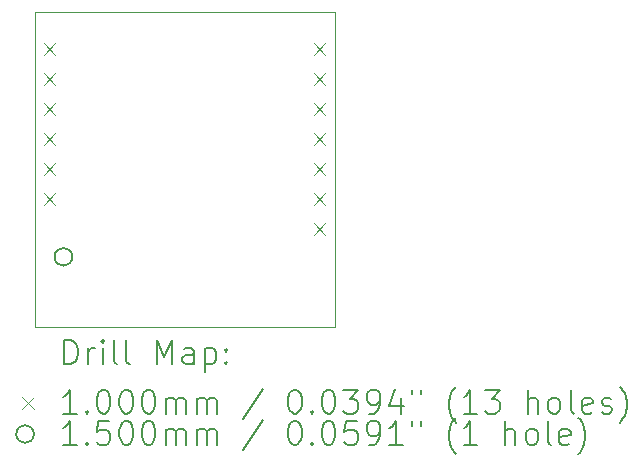
<source format=gbr>
%FSLAX45Y45*%
G04 Gerber Fmt 4.5, Leading zero omitted, Abs format (unit mm)*
G04 Created by KiCad (PCBNEW 6.0.6) date 2022-07-10 21:04:09*
%MOMM*%
%LPD*%
G01*
G04 APERTURE LIST*
%TA.AperFunction,Profile*%
%ADD10C,0.100000*%
%TD*%
%ADD11C,0.200000*%
%ADD12C,0.100000*%
%ADD13C,0.150000*%
G04 APERTURE END LIST*
D10*
X15367000Y-8826500D02*
X17907000Y-8826500D01*
X17907000Y-8826500D02*
X17907000Y-11493500D01*
X17907000Y-11493500D02*
X15367000Y-11493500D01*
X15367000Y-11493500D02*
X15367000Y-8826500D01*
D11*
D12*
X15444000Y-9094000D02*
X15544000Y-9194000D01*
X15544000Y-9094000D02*
X15444000Y-9194000D01*
X15444000Y-9348000D02*
X15544000Y-9448000D01*
X15544000Y-9348000D02*
X15444000Y-9448000D01*
X15444000Y-9602000D02*
X15544000Y-9702000D01*
X15544000Y-9602000D02*
X15444000Y-9702000D01*
X15444000Y-9856000D02*
X15544000Y-9956000D01*
X15544000Y-9856000D02*
X15444000Y-9956000D01*
X15444000Y-10110000D02*
X15544000Y-10210000D01*
X15544000Y-10110000D02*
X15444000Y-10210000D01*
X15444000Y-10364000D02*
X15544000Y-10464000D01*
X15544000Y-10364000D02*
X15444000Y-10464000D01*
X17730000Y-9094000D02*
X17830000Y-9194000D01*
X17830000Y-9094000D02*
X17730000Y-9194000D01*
X17730000Y-9348000D02*
X17830000Y-9448000D01*
X17830000Y-9348000D02*
X17730000Y-9448000D01*
X17730000Y-9602000D02*
X17830000Y-9702000D01*
X17830000Y-9602000D02*
X17730000Y-9702000D01*
X17730000Y-9856000D02*
X17830000Y-9956000D01*
X17830000Y-9856000D02*
X17730000Y-9956000D01*
X17730000Y-10110000D02*
X17830000Y-10210000D01*
X17830000Y-10110000D02*
X17730000Y-10210000D01*
X17730000Y-10364000D02*
X17830000Y-10464000D01*
X17830000Y-10364000D02*
X17730000Y-10464000D01*
X17730000Y-10618000D02*
X17830000Y-10718000D01*
X17830000Y-10618000D02*
X17730000Y-10718000D01*
D13*
X15686400Y-10902200D02*
G75*
G03*
X15686400Y-10902200I-75000J0D01*
G01*
D11*
X15619619Y-11808976D02*
X15619619Y-11608976D01*
X15667238Y-11608976D01*
X15695809Y-11618500D01*
X15714857Y-11637548D01*
X15724381Y-11656595D01*
X15733905Y-11694690D01*
X15733905Y-11723262D01*
X15724381Y-11761357D01*
X15714857Y-11780405D01*
X15695809Y-11799452D01*
X15667238Y-11808976D01*
X15619619Y-11808976D01*
X15819619Y-11808976D02*
X15819619Y-11675643D01*
X15819619Y-11713738D02*
X15829143Y-11694690D01*
X15838667Y-11685167D01*
X15857714Y-11675643D01*
X15876762Y-11675643D01*
X15943428Y-11808976D02*
X15943428Y-11675643D01*
X15943428Y-11608976D02*
X15933905Y-11618500D01*
X15943428Y-11628024D01*
X15952952Y-11618500D01*
X15943428Y-11608976D01*
X15943428Y-11628024D01*
X16067238Y-11808976D02*
X16048190Y-11799452D01*
X16038667Y-11780405D01*
X16038667Y-11608976D01*
X16172000Y-11808976D02*
X16152952Y-11799452D01*
X16143428Y-11780405D01*
X16143428Y-11608976D01*
X16400571Y-11808976D02*
X16400571Y-11608976D01*
X16467238Y-11751833D01*
X16533905Y-11608976D01*
X16533905Y-11808976D01*
X16714857Y-11808976D02*
X16714857Y-11704214D01*
X16705333Y-11685167D01*
X16686286Y-11675643D01*
X16648190Y-11675643D01*
X16629143Y-11685167D01*
X16714857Y-11799452D02*
X16695809Y-11808976D01*
X16648190Y-11808976D01*
X16629143Y-11799452D01*
X16619619Y-11780405D01*
X16619619Y-11761357D01*
X16629143Y-11742309D01*
X16648190Y-11732786D01*
X16695809Y-11732786D01*
X16714857Y-11723262D01*
X16810095Y-11675643D02*
X16810095Y-11875643D01*
X16810095Y-11685167D02*
X16829143Y-11675643D01*
X16867238Y-11675643D01*
X16886286Y-11685167D01*
X16895810Y-11694690D01*
X16905333Y-11713738D01*
X16905333Y-11770881D01*
X16895810Y-11789928D01*
X16886286Y-11799452D01*
X16867238Y-11808976D01*
X16829143Y-11808976D01*
X16810095Y-11799452D01*
X16991048Y-11789928D02*
X17000571Y-11799452D01*
X16991048Y-11808976D01*
X16981524Y-11799452D01*
X16991048Y-11789928D01*
X16991048Y-11808976D01*
X16991048Y-11685167D02*
X17000571Y-11694690D01*
X16991048Y-11704214D01*
X16981524Y-11694690D01*
X16991048Y-11685167D01*
X16991048Y-11704214D01*
D12*
X15262000Y-12088500D02*
X15362000Y-12188500D01*
X15362000Y-12088500D02*
X15262000Y-12188500D01*
D11*
X15724381Y-12228976D02*
X15610095Y-12228976D01*
X15667238Y-12228976D02*
X15667238Y-12028976D01*
X15648190Y-12057548D01*
X15629143Y-12076595D01*
X15610095Y-12086119D01*
X15810095Y-12209928D02*
X15819619Y-12219452D01*
X15810095Y-12228976D01*
X15800571Y-12219452D01*
X15810095Y-12209928D01*
X15810095Y-12228976D01*
X15943428Y-12028976D02*
X15962476Y-12028976D01*
X15981524Y-12038500D01*
X15991048Y-12048024D01*
X16000571Y-12067071D01*
X16010095Y-12105167D01*
X16010095Y-12152786D01*
X16000571Y-12190881D01*
X15991048Y-12209928D01*
X15981524Y-12219452D01*
X15962476Y-12228976D01*
X15943428Y-12228976D01*
X15924381Y-12219452D01*
X15914857Y-12209928D01*
X15905333Y-12190881D01*
X15895809Y-12152786D01*
X15895809Y-12105167D01*
X15905333Y-12067071D01*
X15914857Y-12048024D01*
X15924381Y-12038500D01*
X15943428Y-12028976D01*
X16133905Y-12028976D02*
X16152952Y-12028976D01*
X16172000Y-12038500D01*
X16181524Y-12048024D01*
X16191048Y-12067071D01*
X16200571Y-12105167D01*
X16200571Y-12152786D01*
X16191048Y-12190881D01*
X16181524Y-12209928D01*
X16172000Y-12219452D01*
X16152952Y-12228976D01*
X16133905Y-12228976D01*
X16114857Y-12219452D01*
X16105333Y-12209928D01*
X16095809Y-12190881D01*
X16086286Y-12152786D01*
X16086286Y-12105167D01*
X16095809Y-12067071D01*
X16105333Y-12048024D01*
X16114857Y-12038500D01*
X16133905Y-12028976D01*
X16324381Y-12028976D02*
X16343428Y-12028976D01*
X16362476Y-12038500D01*
X16372000Y-12048024D01*
X16381524Y-12067071D01*
X16391048Y-12105167D01*
X16391048Y-12152786D01*
X16381524Y-12190881D01*
X16372000Y-12209928D01*
X16362476Y-12219452D01*
X16343428Y-12228976D01*
X16324381Y-12228976D01*
X16305333Y-12219452D01*
X16295809Y-12209928D01*
X16286286Y-12190881D01*
X16276762Y-12152786D01*
X16276762Y-12105167D01*
X16286286Y-12067071D01*
X16295809Y-12048024D01*
X16305333Y-12038500D01*
X16324381Y-12028976D01*
X16476762Y-12228976D02*
X16476762Y-12095643D01*
X16476762Y-12114690D02*
X16486286Y-12105167D01*
X16505333Y-12095643D01*
X16533905Y-12095643D01*
X16552952Y-12105167D01*
X16562476Y-12124214D01*
X16562476Y-12228976D01*
X16562476Y-12124214D02*
X16572000Y-12105167D01*
X16591048Y-12095643D01*
X16619619Y-12095643D01*
X16638667Y-12105167D01*
X16648190Y-12124214D01*
X16648190Y-12228976D01*
X16743428Y-12228976D02*
X16743428Y-12095643D01*
X16743428Y-12114690D02*
X16752952Y-12105167D01*
X16772000Y-12095643D01*
X16800571Y-12095643D01*
X16819619Y-12105167D01*
X16829143Y-12124214D01*
X16829143Y-12228976D01*
X16829143Y-12124214D02*
X16838667Y-12105167D01*
X16857714Y-12095643D01*
X16886286Y-12095643D01*
X16905333Y-12105167D01*
X16914857Y-12124214D01*
X16914857Y-12228976D01*
X17305333Y-12019452D02*
X17133905Y-12276595D01*
X17562476Y-12028976D02*
X17581524Y-12028976D01*
X17600571Y-12038500D01*
X17610095Y-12048024D01*
X17619619Y-12067071D01*
X17629143Y-12105167D01*
X17629143Y-12152786D01*
X17619619Y-12190881D01*
X17610095Y-12209928D01*
X17600571Y-12219452D01*
X17581524Y-12228976D01*
X17562476Y-12228976D01*
X17543429Y-12219452D01*
X17533905Y-12209928D01*
X17524381Y-12190881D01*
X17514857Y-12152786D01*
X17514857Y-12105167D01*
X17524381Y-12067071D01*
X17533905Y-12048024D01*
X17543429Y-12038500D01*
X17562476Y-12028976D01*
X17714857Y-12209928D02*
X17724381Y-12219452D01*
X17714857Y-12228976D01*
X17705333Y-12219452D01*
X17714857Y-12209928D01*
X17714857Y-12228976D01*
X17848190Y-12028976D02*
X17867238Y-12028976D01*
X17886286Y-12038500D01*
X17895810Y-12048024D01*
X17905333Y-12067071D01*
X17914857Y-12105167D01*
X17914857Y-12152786D01*
X17905333Y-12190881D01*
X17895810Y-12209928D01*
X17886286Y-12219452D01*
X17867238Y-12228976D01*
X17848190Y-12228976D01*
X17829143Y-12219452D01*
X17819619Y-12209928D01*
X17810095Y-12190881D01*
X17800571Y-12152786D01*
X17800571Y-12105167D01*
X17810095Y-12067071D01*
X17819619Y-12048024D01*
X17829143Y-12038500D01*
X17848190Y-12028976D01*
X17981524Y-12028976D02*
X18105333Y-12028976D01*
X18038667Y-12105167D01*
X18067238Y-12105167D01*
X18086286Y-12114690D01*
X18095810Y-12124214D01*
X18105333Y-12143262D01*
X18105333Y-12190881D01*
X18095810Y-12209928D01*
X18086286Y-12219452D01*
X18067238Y-12228976D01*
X18010095Y-12228976D01*
X17991048Y-12219452D01*
X17981524Y-12209928D01*
X18200571Y-12228976D02*
X18238667Y-12228976D01*
X18257714Y-12219452D01*
X18267238Y-12209928D01*
X18286286Y-12181357D01*
X18295810Y-12143262D01*
X18295810Y-12067071D01*
X18286286Y-12048024D01*
X18276762Y-12038500D01*
X18257714Y-12028976D01*
X18219619Y-12028976D01*
X18200571Y-12038500D01*
X18191048Y-12048024D01*
X18181524Y-12067071D01*
X18181524Y-12114690D01*
X18191048Y-12133738D01*
X18200571Y-12143262D01*
X18219619Y-12152786D01*
X18257714Y-12152786D01*
X18276762Y-12143262D01*
X18286286Y-12133738D01*
X18295810Y-12114690D01*
X18467238Y-12095643D02*
X18467238Y-12228976D01*
X18419619Y-12019452D02*
X18372000Y-12162309D01*
X18495810Y-12162309D01*
X18562476Y-12028976D02*
X18562476Y-12067071D01*
X18638667Y-12028976D02*
X18638667Y-12067071D01*
X18933905Y-12305167D02*
X18924381Y-12295643D01*
X18905333Y-12267071D01*
X18895810Y-12248024D01*
X18886286Y-12219452D01*
X18876762Y-12171833D01*
X18876762Y-12133738D01*
X18886286Y-12086119D01*
X18895810Y-12057548D01*
X18905333Y-12038500D01*
X18924381Y-12009928D01*
X18933905Y-12000405D01*
X19114857Y-12228976D02*
X19000571Y-12228976D01*
X19057714Y-12228976D02*
X19057714Y-12028976D01*
X19038667Y-12057548D01*
X19019619Y-12076595D01*
X19000571Y-12086119D01*
X19181524Y-12028976D02*
X19305333Y-12028976D01*
X19238667Y-12105167D01*
X19267238Y-12105167D01*
X19286286Y-12114690D01*
X19295810Y-12124214D01*
X19305333Y-12143262D01*
X19305333Y-12190881D01*
X19295810Y-12209928D01*
X19286286Y-12219452D01*
X19267238Y-12228976D01*
X19210095Y-12228976D01*
X19191048Y-12219452D01*
X19181524Y-12209928D01*
X19543429Y-12228976D02*
X19543429Y-12028976D01*
X19629143Y-12228976D02*
X19629143Y-12124214D01*
X19619619Y-12105167D01*
X19600571Y-12095643D01*
X19572000Y-12095643D01*
X19552952Y-12105167D01*
X19543429Y-12114690D01*
X19752952Y-12228976D02*
X19733905Y-12219452D01*
X19724381Y-12209928D01*
X19714857Y-12190881D01*
X19714857Y-12133738D01*
X19724381Y-12114690D01*
X19733905Y-12105167D01*
X19752952Y-12095643D01*
X19781524Y-12095643D01*
X19800571Y-12105167D01*
X19810095Y-12114690D01*
X19819619Y-12133738D01*
X19819619Y-12190881D01*
X19810095Y-12209928D01*
X19800571Y-12219452D01*
X19781524Y-12228976D01*
X19752952Y-12228976D01*
X19933905Y-12228976D02*
X19914857Y-12219452D01*
X19905333Y-12200405D01*
X19905333Y-12028976D01*
X20086286Y-12219452D02*
X20067238Y-12228976D01*
X20029143Y-12228976D01*
X20010095Y-12219452D01*
X20000571Y-12200405D01*
X20000571Y-12124214D01*
X20010095Y-12105167D01*
X20029143Y-12095643D01*
X20067238Y-12095643D01*
X20086286Y-12105167D01*
X20095810Y-12124214D01*
X20095810Y-12143262D01*
X20000571Y-12162309D01*
X20172000Y-12219452D02*
X20191048Y-12228976D01*
X20229143Y-12228976D01*
X20248190Y-12219452D01*
X20257714Y-12200405D01*
X20257714Y-12190881D01*
X20248190Y-12171833D01*
X20229143Y-12162309D01*
X20200571Y-12162309D01*
X20181524Y-12152786D01*
X20172000Y-12133738D01*
X20172000Y-12124214D01*
X20181524Y-12105167D01*
X20200571Y-12095643D01*
X20229143Y-12095643D01*
X20248190Y-12105167D01*
X20324381Y-12305167D02*
X20333905Y-12295643D01*
X20352952Y-12267071D01*
X20362476Y-12248024D01*
X20372000Y-12219452D01*
X20381524Y-12171833D01*
X20381524Y-12133738D01*
X20372000Y-12086119D01*
X20362476Y-12057548D01*
X20352952Y-12038500D01*
X20333905Y-12009928D01*
X20324381Y-12000405D01*
D13*
X15362000Y-12402500D02*
G75*
G03*
X15362000Y-12402500I-75000J0D01*
G01*
D11*
X15724381Y-12492976D02*
X15610095Y-12492976D01*
X15667238Y-12492976D02*
X15667238Y-12292976D01*
X15648190Y-12321548D01*
X15629143Y-12340595D01*
X15610095Y-12350119D01*
X15810095Y-12473928D02*
X15819619Y-12483452D01*
X15810095Y-12492976D01*
X15800571Y-12483452D01*
X15810095Y-12473928D01*
X15810095Y-12492976D01*
X16000571Y-12292976D02*
X15905333Y-12292976D01*
X15895809Y-12388214D01*
X15905333Y-12378690D01*
X15924381Y-12369167D01*
X15972000Y-12369167D01*
X15991048Y-12378690D01*
X16000571Y-12388214D01*
X16010095Y-12407262D01*
X16010095Y-12454881D01*
X16000571Y-12473928D01*
X15991048Y-12483452D01*
X15972000Y-12492976D01*
X15924381Y-12492976D01*
X15905333Y-12483452D01*
X15895809Y-12473928D01*
X16133905Y-12292976D02*
X16152952Y-12292976D01*
X16172000Y-12302500D01*
X16181524Y-12312024D01*
X16191048Y-12331071D01*
X16200571Y-12369167D01*
X16200571Y-12416786D01*
X16191048Y-12454881D01*
X16181524Y-12473928D01*
X16172000Y-12483452D01*
X16152952Y-12492976D01*
X16133905Y-12492976D01*
X16114857Y-12483452D01*
X16105333Y-12473928D01*
X16095809Y-12454881D01*
X16086286Y-12416786D01*
X16086286Y-12369167D01*
X16095809Y-12331071D01*
X16105333Y-12312024D01*
X16114857Y-12302500D01*
X16133905Y-12292976D01*
X16324381Y-12292976D02*
X16343428Y-12292976D01*
X16362476Y-12302500D01*
X16372000Y-12312024D01*
X16381524Y-12331071D01*
X16391048Y-12369167D01*
X16391048Y-12416786D01*
X16381524Y-12454881D01*
X16372000Y-12473928D01*
X16362476Y-12483452D01*
X16343428Y-12492976D01*
X16324381Y-12492976D01*
X16305333Y-12483452D01*
X16295809Y-12473928D01*
X16286286Y-12454881D01*
X16276762Y-12416786D01*
X16276762Y-12369167D01*
X16286286Y-12331071D01*
X16295809Y-12312024D01*
X16305333Y-12302500D01*
X16324381Y-12292976D01*
X16476762Y-12492976D02*
X16476762Y-12359643D01*
X16476762Y-12378690D02*
X16486286Y-12369167D01*
X16505333Y-12359643D01*
X16533905Y-12359643D01*
X16552952Y-12369167D01*
X16562476Y-12388214D01*
X16562476Y-12492976D01*
X16562476Y-12388214D02*
X16572000Y-12369167D01*
X16591048Y-12359643D01*
X16619619Y-12359643D01*
X16638667Y-12369167D01*
X16648190Y-12388214D01*
X16648190Y-12492976D01*
X16743428Y-12492976D02*
X16743428Y-12359643D01*
X16743428Y-12378690D02*
X16752952Y-12369167D01*
X16772000Y-12359643D01*
X16800571Y-12359643D01*
X16819619Y-12369167D01*
X16829143Y-12388214D01*
X16829143Y-12492976D01*
X16829143Y-12388214D02*
X16838667Y-12369167D01*
X16857714Y-12359643D01*
X16886286Y-12359643D01*
X16905333Y-12369167D01*
X16914857Y-12388214D01*
X16914857Y-12492976D01*
X17305333Y-12283452D02*
X17133905Y-12540595D01*
X17562476Y-12292976D02*
X17581524Y-12292976D01*
X17600571Y-12302500D01*
X17610095Y-12312024D01*
X17619619Y-12331071D01*
X17629143Y-12369167D01*
X17629143Y-12416786D01*
X17619619Y-12454881D01*
X17610095Y-12473928D01*
X17600571Y-12483452D01*
X17581524Y-12492976D01*
X17562476Y-12492976D01*
X17543429Y-12483452D01*
X17533905Y-12473928D01*
X17524381Y-12454881D01*
X17514857Y-12416786D01*
X17514857Y-12369167D01*
X17524381Y-12331071D01*
X17533905Y-12312024D01*
X17543429Y-12302500D01*
X17562476Y-12292976D01*
X17714857Y-12473928D02*
X17724381Y-12483452D01*
X17714857Y-12492976D01*
X17705333Y-12483452D01*
X17714857Y-12473928D01*
X17714857Y-12492976D01*
X17848190Y-12292976D02*
X17867238Y-12292976D01*
X17886286Y-12302500D01*
X17895810Y-12312024D01*
X17905333Y-12331071D01*
X17914857Y-12369167D01*
X17914857Y-12416786D01*
X17905333Y-12454881D01*
X17895810Y-12473928D01*
X17886286Y-12483452D01*
X17867238Y-12492976D01*
X17848190Y-12492976D01*
X17829143Y-12483452D01*
X17819619Y-12473928D01*
X17810095Y-12454881D01*
X17800571Y-12416786D01*
X17800571Y-12369167D01*
X17810095Y-12331071D01*
X17819619Y-12312024D01*
X17829143Y-12302500D01*
X17848190Y-12292976D01*
X18095810Y-12292976D02*
X18000571Y-12292976D01*
X17991048Y-12388214D01*
X18000571Y-12378690D01*
X18019619Y-12369167D01*
X18067238Y-12369167D01*
X18086286Y-12378690D01*
X18095810Y-12388214D01*
X18105333Y-12407262D01*
X18105333Y-12454881D01*
X18095810Y-12473928D01*
X18086286Y-12483452D01*
X18067238Y-12492976D01*
X18019619Y-12492976D01*
X18000571Y-12483452D01*
X17991048Y-12473928D01*
X18200571Y-12492976D02*
X18238667Y-12492976D01*
X18257714Y-12483452D01*
X18267238Y-12473928D01*
X18286286Y-12445357D01*
X18295810Y-12407262D01*
X18295810Y-12331071D01*
X18286286Y-12312024D01*
X18276762Y-12302500D01*
X18257714Y-12292976D01*
X18219619Y-12292976D01*
X18200571Y-12302500D01*
X18191048Y-12312024D01*
X18181524Y-12331071D01*
X18181524Y-12378690D01*
X18191048Y-12397738D01*
X18200571Y-12407262D01*
X18219619Y-12416786D01*
X18257714Y-12416786D01*
X18276762Y-12407262D01*
X18286286Y-12397738D01*
X18295810Y-12378690D01*
X18486286Y-12492976D02*
X18372000Y-12492976D01*
X18429143Y-12492976D02*
X18429143Y-12292976D01*
X18410095Y-12321548D01*
X18391048Y-12340595D01*
X18372000Y-12350119D01*
X18562476Y-12292976D02*
X18562476Y-12331071D01*
X18638667Y-12292976D02*
X18638667Y-12331071D01*
X18933905Y-12569167D02*
X18924381Y-12559643D01*
X18905333Y-12531071D01*
X18895810Y-12512024D01*
X18886286Y-12483452D01*
X18876762Y-12435833D01*
X18876762Y-12397738D01*
X18886286Y-12350119D01*
X18895810Y-12321548D01*
X18905333Y-12302500D01*
X18924381Y-12273928D01*
X18933905Y-12264405D01*
X19114857Y-12492976D02*
X19000571Y-12492976D01*
X19057714Y-12492976D02*
X19057714Y-12292976D01*
X19038667Y-12321548D01*
X19019619Y-12340595D01*
X19000571Y-12350119D01*
X19352952Y-12492976D02*
X19352952Y-12292976D01*
X19438667Y-12492976D02*
X19438667Y-12388214D01*
X19429143Y-12369167D01*
X19410095Y-12359643D01*
X19381524Y-12359643D01*
X19362476Y-12369167D01*
X19352952Y-12378690D01*
X19562476Y-12492976D02*
X19543429Y-12483452D01*
X19533905Y-12473928D01*
X19524381Y-12454881D01*
X19524381Y-12397738D01*
X19533905Y-12378690D01*
X19543429Y-12369167D01*
X19562476Y-12359643D01*
X19591048Y-12359643D01*
X19610095Y-12369167D01*
X19619619Y-12378690D01*
X19629143Y-12397738D01*
X19629143Y-12454881D01*
X19619619Y-12473928D01*
X19610095Y-12483452D01*
X19591048Y-12492976D01*
X19562476Y-12492976D01*
X19743429Y-12492976D02*
X19724381Y-12483452D01*
X19714857Y-12464405D01*
X19714857Y-12292976D01*
X19895810Y-12483452D02*
X19876762Y-12492976D01*
X19838667Y-12492976D01*
X19819619Y-12483452D01*
X19810095Y-12464405D01*
X19810095Y-12388214D01*
X19819619Y-12369167D01*
X19838667Y-12359643D01*
X19876762Y-12359643D01*
X19895810Y-12369167D01*
X19905333Y-12388214D01*
X19905333Y-12407262D01*
X19810095Y-12426309D01*
X19972000Y-12569167D02*
X19981524Y-12559643D01*
X20000571Y-12531071D01*
X20010095Y-12512024D01*
X20019619Y-12483452D01*
X20029143Y-12435833D01*
X20029143Y-12397738D01*
X20019619Y-12350119D01*
X20010095Y-12321548D01*
X20000571Y-12302500D01*
X19981524Y-12273928D01*
X19972000Y-12264405D01*
M02*

</source>
